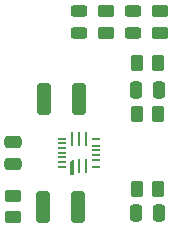
<source format=gbr>
%TF.GenerationSoftware,KiCad,Pcbnew,(7.0.0-rc1-145-gbd6d0b6cb6)*%
%TF.CreationDate,2023-03-28T23:28:49+02:00*%
%TF.ProjectId,2HBR_MINIMAL,32484252-5f4d-4494-9e49-4d414c2e6b69,rev?*%
%TF.SameCoordinates,Original*%
%TF.FileFunction,Paste,Top*%
%TF.FilePolarity,Positive*%
%FSLAX46Y46*%
G04 Gerber Fmt 4.6, Leading zero omitted, Abs format (unit mm)*
G04 Created by KiCad (PCBNEW (7.0.0-rc1-145-gbd6d0b6cb6)) date 2023-03-28 23:28:49*
%MOMM*%
%LPD*%
G01*
G04 APERTURE LIST*
G04 Aperture macros list*
%AMRoundRect*
0 Rectangle with rounded corners*
0 $1 Rounding radius*
0 $2 $3 $4 $5 $6 $7 $8 $9 X,Y pos of 4 corners*
0 Add a 4 corners polygon primitive as box body*
4,1,4,$2,$3,$4,$5,$6,$7,$8,$9,$2,$3,0*
0 Add four circle primitives for the rounded corners*
1,1,$1+$1,$2,$3*
1,1,$1+$1,$4,$5*
1,1,$1+$1,$6,$7*
1,1,$1+$1,$8,$9*
0 Add four rect primitives between the rounded corners*
20,1,$1+$1,$2,$3,$4,$5,0*
20,1,$1+$1,$4,$5,$6,$7,0*
20,1,$1+$1,$6,$7,$8,$9,0*
20,1,$1+$1,$8,$9,$2,$3,0*%
G04 Aperture macros list end*
%ADD10C,0.100000*%
%ADD11RoundRect,0.250000X-0.250000X-0.475000X0.250000X-0.475000X0.250000X0.475000X-0.250000X0.475000X0*%
%ADD12RoundRect,0.250000X0.450000X-0.262500X0.450000X0.262500X-0.450000X0.262500X-0.450000X-0.262500X0*%
%ADD13R,0.220000X0.220000*%
%ADD14R,0.200000X1.300000*%
%ADD15R,0.700000X0.200000*%
%ADD16RoundRect,0.250000X-0.450000X0.262500X-0.450000X-0.262500X0.450000X-0.262500X0.450000X0.262500X0*%
%ADD17RoundRect,0.250000X0.262500X0.450000X-0.262500X0.450000X-0.262500X-0.450000X0.262500X-0.450000X0*%
%ADD18RoundRect,0.250000X0.325000X1.100000X-0.325000X1.100000X-0.325000X-1.100000X0.325000X-1.100000X0*%
%ADD19RoundRect,0.250000X0.475000X-0.250000X0.475000X0.250000X-0.475000X0.250000X-0.475000X-0.250000X0*%
%ADD20RoundRect,0.250000X-0.262500X-0.450000X0.262500X-0.450000X0.262500X0.450000X-0.262500X0.450000X0*%
%ADD21RoundRect,0.243750X0.456250X-0.243750X0.456250X0.243750X-0.456250X0.243750X-0.456250X-0.243750X0*%
%ADD22RoundRect,0.250000X0.250000X0.475000X-0.250000X0.475000X-0.250000X-0.475000X0.250000X-0.475000X0*%
G04 APERTURE END LIST*
%TO.C,U1*%
G36*
X134120001Y-112290000D02*
G01*
X133920001Y-112290000D01*
X133920001Y-111240000D01*
X134070001Y-111090000D01*
X134120001Y-111090000D01*
X134120001Y-112290000D01*
G37*
D10*
X134120001Y-112290000D02*
X133920001Y-112290000D01*
X133920001Y-111240000D01*
X134070001Y-111090000D01*
X134120001Y-111090000D01*
X134120001Y-112290000D01*
%TD*%
D11*
%TO.C,C1*%
X139512000Y-115570000D03*
X141412000Y-115570000D03*
%TD*%
D12*
%TO.C,R10*%
X141478000Y-100330000D03*
X141478000Y-98505000D03*
%TD*%
D13*
%TO.C,U1*%
X134020000Y-111639999D03*
D14*
X134619999Y-111639999D03*
X135219998Y-111639999D03*
D15*
X136069999Y-111689999D03*
X136069999Y-111090000D03*
X136069999Y-110689998D03*
X136069999Y-110289999D03*
X136069999Y-109890000D03*
X136069999Y-109289998D03*
D14*
X135219998Y-109339999D03*
X134619999Y-109339999D03*
X134020000Y-109339999D03*
D15*
X133169999Y-109289999D03*
X133169999Y-109689998D03*
X133169999Y-110090000D03*
X133169999Y-110489999D03*
X133169999Y-110889998D03*
X133169999Y-111290000D03*
X133169999Y-111689999D03*
%TD*%
D16*
%TO.C,R13*%
X129032000Y-114149500D03*
X129032000Y-115974500D03*
%TD*%
D12*
%TO.C,R9*%
X136906000Y-100330000D03*
X136906000Y-98505000D03*
%TD*%
D17*
%TO.C,R5*%
X141374500Y-102870000D03*
X139549500Y-102870000D03*
%TD*%
D18*
%TO.C,C10*%
X134620000Y-105918000D03*
X131670000Y-105918000D03*
%TD*%
D19*
%TO.C,C5*%
X129032000Y-111450000D03*
X129032000Y-109550000D03*
%TD*%
D17*
%TO.C,R3*%
X141374500Y-107188000D03*
X139549500Y-107188000D03*
%TD*%
D18*
%TO.C,C7*%
X134571000Y-115062000D03*
X131621000Y-115062000D03*
%TD*%
D20*
%TO.C,R1*%
X139549500Y-113538000D03*
X141374500Y-113538000D03*
%TD*%
D21*
%TO.C,D2*%
X139192000Y-100355000D03*
X139192000Y-98480000D03*
%TD*%
D22*
%TO.C,C3*%
X141412000Y-105156000D03*
X139512000Y-105156000D03*
%TD*%
D21*
%TO.C,D4*%
X134620000Y-100355000D03*
X134620000Y-98480000D03*
%TD*%
M02*

</source>
